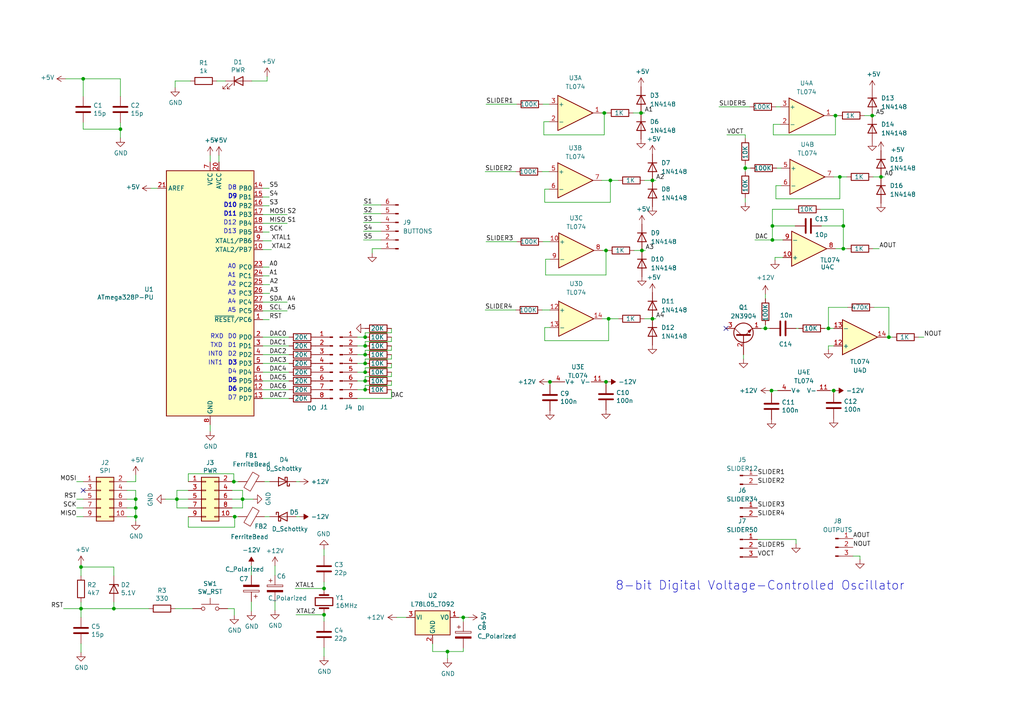
<source format=kicad_sch>
(kicad_sch (version 20230121) (generator eeschema)
  (paper "A4")
  (junction (at 241.808 113.284))
  (junction (at 129.794 188.976))
  (junction (at 175.768 110.744))
  (junction (at 67.818 139.7))
  (junction (at 159.512 110.744))
  (junction (at 240.284 95.25))
  (junction (at 175.26 32.766))
  (junction (at 105.918 105.41))
  (junction (at 221.996 95.25))
  (junction (at 39.37 144.78))
  (junction (at 93.98 170.688))
  (junction (at 105.918 110.49))
  (junction (at 39.37 147.32))
  (junction (at 243.586 51.308))
  (junction (at 105.918 102.87))
  (junction (at 257.81 97.79))
  (junction (at 175.768 72.644))
  (junction (at 34.925 37.465))
  (junction (at 189.23 52.324))
  (junction (at 68.072 149.86))
  (junction (at 177.038 52.324))
  (junction (at 105.918 113.03))
  (junction (at 23.495 176.53))
  (junction (at 252.984 33.528))
  (junction (at 23.495 164.465))
  (junction (at 176.53 92.456))
  (junction (at 242.316 33.528))
  (junction (at 93.98 178.308))
  (junction (at 224.028 69.596))
  (junction (at 186.182 72.644))
  (junction (at 39.37 149.86))
  (junction (at 255.524 51.308))
  (junction (at 105.918 97.79))
  (junction (at 134.366 179.07))
  (junction (at 189.23 92.456))
  (junction (at 244.602 72.136))
  (junction (at 105.918 107.95))
  (junction (at 224.028 65.532))
  (junction (at 51.308 144.78))
  (junction (at 223.774 113.284))
  (junction (at 33.02 176.53))
  (junction (at 105.918 100.33))
  (junction (at 244.602 65.532))
  (junction (at 216.154 48.768))
  (junction (at 24.13 22.86))
  (junction (at 185.928 32.766))
  (junction (at 70.358 144.78))
  (no_connect (at 210.566 95.25))
  (no_connect (at 24.13 142.24))
  (wire (pts (xy 63.5 45.085) (xy 63.5 46.99)))
  (wire (pts (xy 50.8 23.495) (xy 50.8 25.4)))
  (wire (pts (xy 223.774 113.284) (xy 225.552 113.284)))
  (wire (pts (xy 76.2 100.33) (xy 83.82 100.33)))
  (wire (pts (xy 70.358 142.24) (xy 70.358 144.78)))
  (wire (pts (xy 159.004 110.744) (xy 159.512 110.744)))
  (wire (pts (xy 113.538 115.57) (xy 103.632 115.57)))
  (wire (pts (xy 125.476 186.69) (xy 125.476 188.976)))
  (wire (pts (xy 34.925 37.465) (xy 34.925 40.005)))
  (wire (pts (xy 39.37 139.7) (xy 39.37 137.795)))
  (wire (pts (xy 159.258 54.864) (xy 157.988 54.864)))
  (wire (pts (xy 105.41 59.436) (xy 110.49 59.436)))
  (wire (pts (xy 210.82 39.116) (xy 216.154 39.116)))
  (wire (pts (xy 159.512 110.744) (xy 160.02 110.744)))
  (wire (pts (xy 225.044 30.988) (xy 226.314 30.988)))
  (wire (pts (xy 241.554 33.528) (xy 242.316 33.528)))
  (wire (pts (xy 158.242 79.756) (xy 175.768 79.756)))
  (wire (pts (xy 54.61 137.414) (xy 67.818 137.414)))
  (wire (pts (xy 113.538 100.33) (xy 113.538 101.6)))
  (wire (pts (xy 67.818 139.7) (xy 69.088 139.7)))
  (wire (pts (xy 76.2 80.01) (xy 78.105 80.01)))
  (wire (pts (xy 159.512 110.744) (xy 159.512 111.506)))
  (wire (pts (xy 174.498 32.766) (xy 175.26 32.766)))
  (wire (pts (xy 33.02 174.625) (xy 33.02 176.53)))
  (wire (pts (xy 105.41 69.596) (xy 110.49 69.596)))
  (wire (pts (xy 54.61 152.908) (xy 68.072 152.908)))
  (wire (pts (xy 134.366 187.96) (xy 134.366 188.976)))
  (wire (pts (xy 215.646 102.87) (xy 215.646 104.14)))
  (wire (pts (xy 208.534 30.988) (xy 217.424 30.988)))
  (wire (pts (xy 240.792 113.284) (xy 241.808 113.284)))
  (wire (pts (xy 67.818 137.414) (xy 67.818 139.7)))
  (wire (pts (xy 185.928 32.766) (xy 186.944 32.766)))
  (wire (pts (xy 113.538 95.25) (xy 113.538 96.52)))
  (wire (pts (xy 242.316 33.528) (xy 243.078 33.528)))
  (wire (pts (xy 140.716 89.916) (xy 149.606 89.916)))
  (wire (pts (xy 125.476 188.976) (xy 129.794 188.976)))
  (wire (pts (xy 24.13 139.7) (xy 22.225 139.7)))
  (wire (pts (xy 242.316 72.136) (xy 244.602 72.136)))
  (wire (pts (xy 105.41 67.056) (xy 110.49 67.056)))
  (wire (pts (xy 113.538 105.41) (xy 113.538 106.68)))
  (wire (pts (xy 50.8 176.53) (xy 55.88 176.53)))
  (wire (pts (xy 218.948 69.596) (xy 224.028 69.596)))
  (wire (pts (xy 76.2 105.41) (xy 83.82 105.41)))
  (wire (pts (xy 24.13 147.32) (xy 22.225 147.32)))
  (wire (pts (xy 51.308 142.24) (xy 51.308 144.78)))
  (wire (pts (xy 186.944 92.456) (xy 189.23 92.456)))
  (wire (pts (xy 105.918 111.76) (xy 105.918 113.03)))
  (wire (pts (xy 230.886 156.464) (xy 230.886 157.734)))
  (wire (pts (xy 249.428 161.29) (xy 249.428 162.306)))
  (wire (pts (xy 33.02 167.005) (xy 33.02 164.465)))
  (wire (pts (xy 85.598 170.688) (xy 93.98 170.688)))
  (wire (pts (xy 186.944 52.324) (xy 189.23 52.324)))
  (wire (pts (xy 76.2 107.95) (xy 83.82 107.95)))
  (wire (pts (xy 250.698 33.528) (xy 252.984 33.528)))
  (wire (pts (xy 51.308 147.32) (xy 51.308 144.78)))
  (wire (pts (xy 85.852 149.86) (xy 86.868 149.86)))
  (wire (pts (xy 176.53 92.456) (xy 179.324 92.456)))
  (wire (pts (xy 76.2 77.47) (xy 78.105 77.47)))
  (wire (pts (xy 113.538 111.76) (xy 105.918 111.76)))
  (wire (pts (xy 76.2 87.63) (xy 83.312 87.63)))
  (wire (pts (xy 39.37 144.78) (xy 39.37 147.32)))
  (wire (pts (xy 224.028 65.532) (xy 230.632 65.532)))
  (wire (pts (xy 48.006 144.78) (xy 51.308 144.78)))
  (wire (pts (xy 85.852 139.7) (xy 86.868 139.7)))
  (wire (pts (xy 140.716 49.784) (xy 149.606 49.784)))
  (wire (pts (xy 77.47 23.495) (xy 73.025 23.495)))
  (wire (pts (xy 76.2 69.85) (xy 78.74 69.85)))
  (wire (pts (xy 157.734 39.116) (xy 175.26 39.116)))
  (wire (pts (xy 157.48 30.226) (xy 159.258 30.226)))
  (wire (pts (xy 255.524 51.308) (xy 256.54 51.308)))
  (wire (pts (xy 103.632 97.79) (xy 105.918 97.79)))
  (wire (pts (xy 175.768 110.744) (xy 176.022 110.744)))
  (wire (pts (xy 241.808 95.25) (xy 240.284 95.25)))
  (wire (pts (xy 72.898 164.084) (xy 72.898 166.878)))
  (wire (pts (xy 68.072 152.908) (xy 68.072 149.86)))
  (wire (pts (xy 76.2 72.39) (xy 78.74 72.39)))
  (wire (pts (xy 157.226 89.916) (xy 159.512 89.916)))
  (wire (pts (xy 115.062 179.07) (xy 117.856 179.07)))
  (wire (pts (xy 226.314 36.068) (xy 224.282 36.068)))
  (wire (pts (xy 175.26 39.116) (xy 175.26 32.766)))
  (wire (pts (xy 76.2 82.55) (xy 78.232 82.55)))
  (wire (pts (xy 24.13 35.56) (xy 24.13 37.465)))
  (wire (pts (xy 189.23 52.324) (xy 190.246 52.324)))
  (wire (pts (xy 244.602 60.706) (xy 244.602 65.532)))
  (wire (pts (xy 176.53 98.806) (xy 176.53 92.456)))
  (wire (pts (xy 62.865 23.495) (xy 65.405 23.495)))
  (wire (pts (xy 76.2 110.49) (xy 83.82 110.49)))
  (wire (pts (xy 157.988 54.864) (xy 157.988 58.674)))
  (wire (pts (xy 186.182 72.644) (xy 187.198 72.644)))
  (wire (pts (xy 224.79 74.676) (xy 224.79 75.438)))
  (wire (pts (xy 225.044 53.848) (xy 225.044 57.658)))
  (wire (pts (xy 177.038 52.324) (xy 179.324 52.324)))
  (wire (pts (xy 68.072 149.86) (xy 69.088 149.86)))
  (wire (pts (xy 240.284 95.25) (xy 240.284 89.154)))
  (wire (pts (xy 23.495 164.465) (xy 23.495 163.83)))
  (wire (pts (xy 175.26 110.744) (xy 175.768 110.744)))
  (wire (pts (xy 76.708 149.86) (xy 78.232 149.86)))
  (wire (pts (xy 177.038 58.674) (xy 177.038 52.324)))
  (wire (pts (xy 103.632 113.03) (xy 105.918 113.03)))
  (wire (pts (xy 226.568 53.848) (xy 225.044 53.848)))
  (wire (pts (xy 224.028 60.706) (xy 230.378 60.706)))
  (wire (pts (xy 23.495 167.005) (xy 23.495 164.465)))
  (wire (pts (xy 93.98 187.833) (xy 93.98 190.373)))
  (wire (pts (xy 157.988 94.996) (xy 157.988 98.806)))
  (wire (pts (xy 105.918 101.6) (xy 105.918 102.87)))
  (wire (pts (xy 43.815 54.61) (xy 45.72 54.61)))
  (wire (pts (xy 24.13 37.465) (xy 34.925 37.465)))
  (wire (pts (xy 241.808 113.284) (xy 241.808 113.792)))
  (wire (pts (xy 113.538 97.79) (xy 113.538 99.06)))
  (wire (pts (xy 70.358 147.32) (xy 70.358 144.78)))
  (wire (pts (xy 36.83 139.7) (xy 39.37 139.7)))
  (wire (pts (xy 129.794 188.976) (xy 129.794 191.008)))
  (wire (pts (xy 60.96 45.085) (xy 60.96 46.99)))
  (wire (pts (xy 105.918 99.06) (xy 105.918 100.33)))
  (wire (pts (xy 221.996 85.344) (xy 221.996 86.614)))
  (wire (pts (xy 33.02 176.53) (xy 43.18 176.53)))
  (wire (pts (xy 183.896 72.644) (xy 186.182 72.644)))
  (wire (pts (xy 174.498 52.324) (xy 177.038 52.324)))
  (wire (pts (xy 39.37 147.32) (xy 39.37 149.86)))
  (wire (pts (xy 157.48 70.104) (xy 159.512 70.104)))
  (wire (pts (xy 76.2 59.69) (xy 78.105 59.69)))
  (wire (pts (xy 113.538 109.22) (xy 105.918 109.22)))
  (wire (pts (xy 113.538 101.6) (xy 105.918 101.6)))
  (wire (pts (xy 107.95 72.136) (xy 107.95 73.406)))
  (wire (pts (xy 105.918 96.52) (xy 105.918 97.79)))
  (wire (pts (xy 244.602 72.136) (xy 244.602 65.532)))
  (wire (pts (xy 34.925 35.56) (xy 34.925 37.465)))
  (wire (pts (xy 23.495 186.69) (xy 23.495 189.23)))
  (wire (pts (xy 23.495 176.53) (xy 33.02 176.53)))
  (wire (pts (xy 175.768 72.644) (xy 176.276 72.644)))
  (wire (pts (xy 227.076 69.596) (xy 224.028 69.596)))
  (wire (pts (xy 23.495 179.07) (xy 23.495 176.53)))
  (wire (pts (xy 113.538 99.06) (xy 105.918 99.06)))
  (wire (pts (xy 237.998 60.706) (xy 244.602 60.706)))
  (wire (pts (xy 240.284 101.346) (xy 240.284 100.33)))
  (wire (pts (xy 257.048 97.79) (xy 257.81 97.79)))
  (wire (pts (xy 79.756 174.498) (xy 79.756 177.038)))
  (wire (pts (xy 18.415 176.53) (xy 23.495 176.53)))
  (wire (pts (xy 252.984 33.528) (xy 254 33.528)))
  (wire (pts (xy 76.2 102.87) (xy 83.82 102.87)))
  (wire (pts (xy 224.282 36.068) (xy 224.282 39.116)))
  (wire (pts (xy 93.98 159.258) (xy 93.98 161.163)))
  (wire (pts (xy 72.898 174.498) (xy 72.898 177.292)))
  (wire (pts (xy 39.37 142.24) (xy 39.37 144.78)))
  (wire (pts (xy 67.31 144.78) (xy 70.358 144.78)))
  (wire (pts (xy 105.918 109.22) (xy 105.918 110.49)))
  (wire (pts (xy 54.61 142.24) (xy 51.308 142.24)))
  (wire (pts (xy 76.2 57.15) (xy 78.105 57.15)))
  (wire (pts (xy 76.2 54.61) (xy 78.105 54.61)))
  (wire (pts (xy 224.282 39.116) (xy 242.316 39.116)))
  (wire (pts (xy 230.886 95.25) (xy 231.648 95.25)))
  (wire (pts (xy 175.768 72.644) (xy 174.752 72.644)))
  (wire (pts (xy 67.31 147.32) (xy 70.358 147.32)))
  (wire (pts (xy 76.2 92.71) (xy 78.105 92.71)))
  (wire (pts (xy 76.2 85.09) (xy 78.232 85.09)))
  (wire (pts (xy 76.2 97.79) (xy 83.82 97.79)))
  (wire (pts (xy 36.83 147.32) (xy 39.37 147.32)))
  (wire (pts (xy 175.26 32.766) (xy 176.022 32.766)))
  (wire (pts (xy 113.538 102.87) (xy 113.538 104.14)))
  (wire (pts (xy 239.268 95.25) (xy 240.284 95.25)))
  (wire (pts (xy 257.81 89.154) (xy 257.81 97.79)))
  (wire (pts (xy 221.996 94.234) (xy 221.996 95.25)))
  (wire (pts (xy 134.366 188.976) (xy 129.794 188.976)))
  (wire (pts (xy 157.988 58.674) (xy 177.038 58.674)))
  (wire (pts (xy 216.154 48.768) (xy 217.678 48.768)))
  (wire (pts (xy 253.492 89.154) (xy 257.81 89.154)))
  (wire (pts (xy 39.37 149.86) (xy 39.37 151.13)))
  (wire (pts (xy 242.316 39.116) (xy 242.316 33.528)))
  (wire (pts (xy 224.028 69.596) (xy 224.028 65.532)))
  (wire (pts (xy 24.13 149.86) (xy 22.225 149.86)))
  (wire (pts (xy 159.512 75.184) (xy 158.242 75.184)))
  (wire (pts (xy 67.945 176.53) (xy 67.945 178.435)))
  (wire (pts (xy 76.2 115.57) (xy 83.82 115.57)))
  (wire (pts (xy 36.83 149.86) (xy 39.37 149.86)))
  (wire (pts (xy 23.495 174.625) (xy 23.495 176.53)))
  (wire (pts (xy 113.538 106.68) (xy 105.918 106.68)))
  (wire (pts (xy 113.538 110.49) (xy 113.538 111.76)))
  (wire (pts (xy 140.97 30.226) (xy 149.86 30.226)))
  (wire (pts (xy 244.602 65.532) (xy 238.252 65.532)))
  (wire (pts (xy 159.258 35.306) (xy 157.734 35.306)))
  (wire (pts (xy 134.366 179.07) (xy 135.89 179.07)))
  (wire (pts (xy 103.632 100.33) (xy 105.918 100.33)))
  (wire (pts (xy 103.632 107.95) (xy 105.918 107.95)))
  (wire (pts (xy 219.71 156.464) (xy 230.886 156.464)))
  (wire (pts (xy 134.366 179.07) (xy 134.366 180.34)))
  (wire (pts (xy 176.53 92.456) (xy 174.752 92.456)))
  (wire (pts (xy 241.808 113.284) (xy 242.062 113.284)))
  (wire (pts (xy 253.238 51.308) (xy 255.524 51.308)))
  (wire (pts (xy 103.632 110.49) (xy 105.918 110.49)))
  (wire (pts (xy 243.586 57.658) (xy 243.586 51.308)))
  (wire (pts (xy 157.734 35.306) (xy 157.734 39.116)))
  (wire (pts (xy 113.538 96.52) (xy 105.918 96.52)))
  (wire (pts (xy 224.028 65.532) (xy 224.028 60.706)))
  (wire (pts (xy 36.83 142.24) (xy 39.37 142.24)))
  (wire (pts (xy 76.2 64.77) (xy 83.312 64.77)))
  (wire (pts (xy 175.768 79.756) (xy 175.768 72.644)))
  (wire (pts (xy 67.31 139.7) (xy 67.818 139.7)))
  (wire (pts (xy 110.49 72.136) (xy 107.95 72.136)))
  (wire (pts (xy 55.245 23.495) (xy 50.8 23.495)))
  (wire (pts (xy 19.05 22.86) (xy 24.13 22.86)))
  (wire (pts (xy 113.538 113.03) (xy 113.538 115.57)))
  (wire (pts (xy 133.096 179.07) (xy 134.366 179.07)))
  (wire (pts (xy 67.31 142.24) (xy 70.358 142.24)))
  (wire (pts (xy 266.446 97.79) (xy 267.97 97.79)))
  (wire (pts (xy 175.768 110.744) (xy 175.768 111.252)))
  (wire (pts (xy 158.242 75.184) (xy 158.242 79.756)))
  (wire (pts (xy 76.2 113.03) (xy 83.82 113.03)))
  (wire (pts (xy 189.23 92.456) (xy 190.246 92.456)))
  (wire (pts (xy 79.756 164.084) (xy 79.756 166.878)))
  (wire (pts (xy 113.538 107.95) (xy 113.538 109.22)))
  (wire (pts (xy 93.98 178.308) (xy 93.98 180.213)))
  (wire (pts (xy 93.98 168.783) (xy 93.98 170.688)))
  (wire (pts (xy 216.154 39.116) (xy 216.154 40.132)))
  (wire (pts (xy 223.266 113.284) (xy 223.774 113.284)))
  (wire (pts (xy 113.538 104.14) (xy 105.918 104.14)))
  (wire (pts (xy 227.076 74.676) (xy 224.79 74.676)))
  (wire (pts (xy 54.61 147.32) (xy 51.308 147.32)))
  (wire (pts (xy 51.308 144.78) (xy 54.61 144.78)))
  (wire (pts (xy 103.632 105.41) (xy 105.918 105.41)))
  (wire (pts (xy 223.774 113.284) (xy 223.774 114.046)))
  (wire (pts (xy 221.996 95.25) (xy 223.266 95.25)))
  (wire (pts (xy 67.31 149.86) (xy 68.072 149.86)))
  (wire (pts (xy 105.41 61.976) (xy 110.49 61.976)))
  (wire (pts (xy 105.918 104.14) (xy 105.918 105.41)))
  (wire (pts (xy 24.13 27.94) (xy 24.13 22.86)))
  (wire (pts (xy 24.13 144.78) (xy 22.225 144.78)))
  (wire (pts (xy 240.284 89.154) (xy 245.872 89.154)))
  (wire (pts (xy 76.708 139.7) (xy 78.232 139.7)))
  (wire (pts (xy 85.852 178.308) (xy 93.98 178.308)))
  (wire (pts (xy 76.2 62.23) (xy 83.312 62.23)))
  (wire (pts (xy 216.154 47.752) (xy 216.154 48.768)))
  (wire (pts (xy 216.154 48.768) (xy 216.154 49.784)))
  (wire (pts (xy 103.632 102.87) (xy 105.918 102.87)))
  (wire (pts (xy 60.96 123.19) (xy 60.96 125.095)))
  (wire (pts (xy 140.97 70.104) (xy 149.86 70.104)))
  (wire (pts (xy 66.04 176.53) (xy 67.945 176.53)))
  (wire (pts (xy 77.47 22.225) (xy 77.47 23.495)))
  (wire (pts (xy 54.61 139.7) (xy 54.61 137.414)))
  (wire (pts (xy 257.81 97.79) (xy 258.826 97.79)))
  (wire (pts (xy 33.02 164.465) (xy 23.495 164.465)))
  (wire (pts (xy 157.988 98.806) (xy 176.53 98.806)))
  (wire (pts (xy 105.918 106.68) (xy 105.918 107.95)))
  (wire (pts (xy 225.298 48.768) (xy 226.568 48.768)))
  (wire (pts (xy 243.586 51.308) (xy 245.618 51.308)))
  (wire (pts (xy 36.83 144.78) (xy 39.37 144.78)))
  (wire (pts (xy 225.044 57.658) (xy 243.586 57.658)))
  (wire (pts (xy 244.602 72.136) (xy 245.618 72.136)))
  (wire (pts (xy 183.642 32.766) (xy 185.928 32.766)))
  (wire (pts (xy 76.2 90.17) (xy 83.312 90.17)))
  (wire (pts (xy 157.226 49.784) (xy 159.258 49.784)))
  (wire (pts (xy 253.238 72.136) (xy 255.016 72.136)))
  (wire (pts (xy 241.808 51.308) (xy 243.586 51.308)))
  (wire (pts (xy 34.925 22.86) (xy 34.925 27.94)))
  (wire (pts (xy 24.13 22.86) (xy 34.925 22.86)))
  (wire (pts (xy 76.2 67.31) (xy 78.105 67.31)))
  (wire (pts (xy 216.154 57.404) (xy 216.154 58.674)))
  (wire (pts (xy 70.358 144.78) (xy 73.406 144.78)))
  (wire (pts (xy 240.284 100.33) (xy 241.808 100.33)))
  (wire (pts (xy 247.396 161.29) (xy 249.428 161.29)))
  (wire (pts (xy 105.41 64.516) (xy 110.49 64.516)))
  (wire (pts (xy 220.726 95.25) (xy 221.996 95.25)))
  (wire (pts (xy 159.512 94.996) (xy 157.988 94.996)))
  (wire (pts (xy 54.61 149.86) (xy 54.61 152.908)))
  (text "D12" (at 64.77 65.405 0) (effects (font (size 1.27 1.27)) (justify left bottom)))
  (text "D1" (at 66.04 100.965 0) (effects (font (size 1.27 1.27)) (justify left bottom)))
  (text "A2" (at 66.04 83.185 0) (effects (font (size 1.27 1.27)) (justify left bottom)))
  (text "D10" (at 64.77 60.325 0) (effects (font (size 1.27 1.27) (thickness 0.254) bold) (justify left bottom)))
  (text "RXD" (at 60.96 98.425 0) (effects (font (size 1.27 1.27)) (justify left bottom)))
  (text "D0" (at 66.04 98.425 0) (effects (font (size 1.27 1.27)) (justify left bottom)))
  (text "D3" (at 66.04 106.045 0) (effects (font (size 1.27 1.27) (thickness 0.254) bold) (justify left bottom)))
  (text "D13" (at 64.77 67.945 0) (effects (font (size 1.27 1.27)) (justify left bottom)))
  (text "A1" (at 66.04 80.645 0) (effects (font (size 1.27 1.27)) (justify left bottom)))
  (text "D7" (at 66.04 116.205 0) (effects (font (size 1.27 1.27)) (justify left bottom)))
  (text "D11" (at 64.77 62.865 0) (effects (font (size 1.27 1.27) (thickness 0.254) bold) (justify left bottom)))
  (text "A0" (at 66.04 78.105 0) (effects (font (size 1.27 1.27)) (justify left bottom)))
  (text "A3" (at 66.04 85.725 0) (effects (font (size 1.27 1.27)) (justify left bottom)))
  (text "D5" (at 66.04 111.125 0) (effects (font (size 1.27 1.27) (thickness 0.254) bold) (justify left bottom)))
  (text "A4" (at 66.04 88.265 0) (effects (font (size 1.27 1.27)) (justify left bottom)))
  (text "D9" (at 66.04 57.785 0) (effects (font (size 1.27 1.27) (thickness 0.254) bold) (justify left bottom)))
  (text "INT1" (at 60.325 106.045 0) (effects (font (size 1.27 1.27)) (justify left bottom)))
  (text "D8" (at 66.04 55.245 0) (effects (font (size 1.27 1.27)) (justify left bottom)))
  (text "TXD" (at 60.96 100.965 0) (effects (font (size 1.27 1.27)) (justify left bottom)))
  (text "D2" (at 66.04 103.505 0) (effects (font (size 1.27 1.27)) (justify left bottom)))
  (text "D4" (at 66.04 108.585 0) (effects (font (size 1.27 1.27)) (justify left bottom)))
  (text "8-bit Digital Voltage-Controlled Oscillator" (at 178.435 171.45 0) (effects (font (size 2.54 2.54)) (justify left bottom)))
  (text "A5" (at 66.04 90.805 0) (effects (font (size 1.27 1.27)) (justify left bottom)))
  (text "INT0" (at 60.325 103.505 0) (effects (font (size 1.27 1.27)) (justify left bottom)))
  (text "D6" (at 66.04 113.665 0) (effects (font (size 1.27 1.27) (thickness 0.254) bold) (justify left bottom)))
  (label "MISO" (at 22.225 149.86 180))
  (label "VOCT" (at 210.82 39.116 0))
  (label "NOUT" (at 267.97 97.79 0))
  (label "RST" (at 78.105 92.71 0))
  (label "DAC3" (at 78.105 105.41 0))
  (label "SLIDER2" (at 219.71 140.462 0))
  (label "S3" (at 105.41 64.516 0))
  (label "MOSI" (at 22.225 139.7 180))
  (label "A1" (at 186.944 32.766 0))
  (label "SLIDER3" (at 140.97 70.104 0))
  (label "S2" (at 105.41 61.976 0))
  (label "SLIDER5" (at 219.71 159.004 0))
  (label "A4" (at 190.246 92.456 0))
  (label "A0" (at 78.105 77.47 0))
  (label "NOUT" (at 247.396 158.75 0))
  (label "A0" (at 256.54 51.308 0))
  (label "XTAL2" (at 85.852 178.308 0))
  (label "SLIDER3" (at 219.71 147.32 0))
  (label "A5" (at 254 33.528 0))
  (label "SLIDER5" (at 208.534 30.988 0))
  (label "S5" (at 105.41 69.596 0))
  (label "S4" (at 105.41 67.056 0))
  (label "SDA" (at 78.105 87.63 0))
  (label "A3" (at 187.198 72.644 0))
  (label "S2" (at 83.312 62.23 0))
  (label "DAC6" (at 78.105 113.03 0))
  (label "SLIDER4" (at 219.71 149.86 0))
  (label "XTAL1" (at 78.74 69.85 0))
  (label "MISO" (at 78.105 64.77 0))
  (label "SCK" (at 22.225 147.32 180))
  (label "A4" (at 83.312 87.63 0))
  (label "AOUT" (at 247.396 156.21 0))
  (label "SLIDER4" (at 140.716 89.916 0))
  (label "DAC" (at 113.284 115.57 0))
  (label "DAC" (at 218.948 69.596 0))
  (label "A2" (at 190.246 52.324 0))
  (label "A3" (at 78.232 85.09 0))
  (label "S1" (at 83.312 64.77 0))
  (label "SLIDER1" (at 219.71 137.922 0))
  (label "RST" (at 22.225 144.78 180))
  (label "XTAL1" (at 85.598 170.688 0))
  (label "DAC1" (at 78.105 100.33 0))
  (label "MOSI" (at 78.105 62.23 0))
  (label "S3" (at 78.105 59.69 0))
  (label "SLIDER1" (at 140.97 30.226 0))
  (label "VOCT" (at 219.71 161.544 0))
  (label "A2" (at 78.232 82.55 0))
  (label "RST" (at 18.415 176.53 180))
  (label "DAC4" (at 78.105 107.95 0))
  (label "SLIDER2" (at 140.716 49.784 0))
  (label "A1" (at 78.105 80.01 0))
  (label "SCK" (at 78.105 67.31 0))
  (label "DAC2" (at 78.105 102.87 0))
  (label "SCL" (at 78.105 90.17 0))
  (label "DAC0" (at 78.105 97.79 0))
  (label "S1" (at 105.41 59.436 0))
  (label "A5" (at 83.312 90.17 0))
  (label "S5" (at 78.105 54.61 0))
  (label "DAC5" (at 78.105 110.49 0))
  (label "DAC7" (at 78.105 115.57 0))
  (label "AOUT" (at 255.016 72.136 0))
  (label "XTAL2" (at 78.74 72.39 0))
  (label "S4" (at 78.105 57.15 0))
  (symbol (lib_id "roaster-rescue:ATmega328P-PU-MCU_Microchip_ATmega") (at 60.96 85.09 0) (unit 1)
    (property "Reference" "U1" (at 44.6024 83.9216 0) (effects (justify right)))
    (property "Value" "ATmega328P-PU" (at 44.6024 86.233 0) (effects (justify right)))
    (property "Footprint" "Package_DIP:DIP-28_W7.62mm" (effects hide))
    (property "Datasheet" "http://ww1.microchip.com/downloads/en/DeviceDoc/ATmega328_P%20AVR%20MCU%20with%20picoPower%20Technology%20Data%20Sheet%2040001984A.pdf" (effects hide))
  )
  (symbol (lib_id "Device:Crystal") (at 93.98 174.498 270) (unit 1)
    (property "Reference" "Y1" (at 97.3074 173.3296 90) (effects (justify left)))
    (property "Value" "16MHz" (at 97.3074 175.641 90) (effects (justify left)))
    (property "Footprint" "Crystal:Crystal_HC18-U_Vertical" (effects hide))
  )
  (symbol (lib_id "Device:C") (at 93.98 164.973 0) (unit 1)
    (property "Reference" "C3" (at 96.901 163.8046 0) (effects (justify left)))
    (property "Value" "22p" (at 96.901 166.116 0) (effects (justify left)))
    (property "Footprint" "Capacitor_THT:C_Disc_D3.0mm_W1.6mm_P2.50mm" (effects hide))
  )
  (symbol (lib_id "Device:C") (at 93.98 184.023 0) (unit 1)
    (property "Reference" "C4" (at 96.901 182.8546 0) (effects (justify left)))
    (property "Value" "22p" (at 96.901 185.166 0) (effects (justify left)))
    (property "Footprint" "Capacitor_THT:C_Disc_D3.0mm_W1.6mm_P2.50mm" (effects hide))
  )
  (symbol (lib_id "power:GND") (at 93.98 159.258 180) (unit 1)
    (property "Reference" "#PWR011" (effects hide))
    (property "Value" "GND" (at 93.853 154.8638 0))
  )
  (symbol (lib_id "power:GND") (at 93.98 190.373 0) (unit 1)
    (property "Reference" "#PWR012" (effects hide))
    (property "Value" "GND" (at 94.107 194.7672 0))
  )
  (symbol (lib_id "power:+5V") (at 60.96 45.085 0) (unit 1)
    (property "Reference" "#PWR07" (effects hide))
    (property "Value" "+5V" (at 61.341 40.6908 0))
  )
  (symbol (lib_id "power:+5V") (at 63.5 45.085 0) (unit 1)
    (property "Reference" "#PWR09" (effects hide))
    (property "Value" "+5V" (at 63.881 40.6908 0))
  )
  (symbol (lib_id "power:+5V") (at 43.815 54.61 90) (unit 1)
    (property "Reference" "#PWR05" (effects hide))
    (property "Value" "+5V" (at 40.5638 54.229 90) (effects (justify left)))
  )
  (symbol (lib_id "power:GND") (at 60.96 125.095 0) (unit 1)
    (property "Reference" "#PWR08" (effects hide))
    (property "Value" "GND" (at 61.087 129.4892 0))
  )
  (symbol (lib_id "Device:C") (at 34.925 31.75 180) (unit 1)
    (property "Reference" "C2" (at 37.846 30.5816 0) (effects (justify right)))
    (property "Value" "15p" (at 37.846 32.893 0) (effects (justify right)))
    (property "Footprint" "Capacitor_THT:C_Disc_D3.0mm_W1.6mm_P2.50mm" (effects hide))
  )
  (symbol (lib_id "Device:C") (at 24.13 31.75 180) (unit 1)
    (property "Reference" "C1" (at 27.051 30.5816 0) (effects (justify right)))
    (property "Value" "15p" (at 27.051 32.893 0) (effects (justify right)))
    (property "Footprint" "Capacitor_THT:C_Disc_D3.0mm_W1.6mm_P2.50mm" (effects hide))
  )
  (symbol (lib_id "power:+5V") (at 19.05 22.86 90) (unit 1)
    (property "Reference" "#PWR01" (effects hide))
    (property "Value" "+5V" (at 15.7988 22.479 90) (effects (justify left)))
  )
  (symbol (lib_id "power:GND") (at 34.925 40.005 0) (unit 1)
    (property "Reference" "#PWR04" (effects hide))
    (property "Value" "GND" (at 35.052 44.3992 0))
  )
  (symbol (lib_id "Device:R") (at 23.495 170.815 0) (unit 1)
    (property "Reference" "R2" (at 25.273 169.6466 0) (effects (justify left)))
    (property "Value" "4k7" (at 25.273 171.958 0) (effects (justify left)))
    (property "Footprint" "Resistor_THT:R_Axial_DIN0204_L3.6mm_D1.6mm_P7.62mm_Horizontal" (effects hide))
  )
  (symbol (lib_id "power:+5V") (at 23.495 163.83 0) (unit 1)
    (property "Reference" "#PWR013" (effects hide))
    (property "Value" "+5V" (at 23.876 159.4358 0))
  )
  (symbol (lib_id "Device:D_Zener") (at 33.02 170.815 270) (unit 1)
    (property "Reference" "D2" (at 35.0266 169.6466 90) (effects (justify left)))
    (property "Value" "5.1V" (at 35.0266 171.958 90) (effects (justify left)))
    (property "Footprint" "Diode_THT:D_A-405_P7.62mm_Horizontal" (effects hide))
  )
  (symbol (lib_id "Device:C") (at 23.495 182.88 180) (unit 1)
    (property "Reference" "C5" (at 26.416 181.7116 0) (effects (justify right)))
    (property "Value" "15p" (at 26.416 184.023 0) (effects (justify right)))
    (property "Footprint" "Capacitor_THT:C_Disc_D3.0mm_W1.6mm_P2.50mm" (effects hide))
  )
  (symbol (lib_id "power:GND") (at 23.495 189.23 0) (unit 1)
    (property "Reference" "#PWR014" (effects hide))
    (property "Value" "GND" (at 23.622 193.6242 0))
  )
  (symbol (lib_id "Device:R") (at 46.99 176.53 270) (unit 1)
    (property "Reference" "R3" (at 46.99 171.2722 90))
    (property "Value" "330" (at 46.99 173.5836 90))
    (property "Footprint" "Resistor_THT:R_Axial_DIN0204_L3.6mm_D1.6mm_P7.62mm_Horizontal" (effects hide))
  )
  (symbol (lib_id "Switch:SW_Push") (at 60.96 176.53 0) (unit 1)
    (property "Reference" "SW1" (at 60.96 169.291 0))
    (property "Value" "SW_RST" (at 60.96 171.6024 0))
    (property "Footprint" "Button_Switch_THT:SW_PUSH_6mm_H4.3mm" (effects hide))
  )
  (symbol (lib_id "power:GND") (at 67.945 178.435 0) (unit 1)
    (property "Reference" "#PWR021" (effects hide))
    (property "Value" "GND" (at 68.072 182.8292 0))
  )
  (symbol (lib_id "Connector_Generic:Conn_02x05_Odd_Even") (at 29.21 144.78 0) (unit 1)
    (property "Reference" "J2" (at 30.48 134.1882 0))
    (property "Value" "SPI" (at 30.48 136.4996 0))
    (property "Footprint" "Connector_PinHeader_2.54mm:PinHeader_2x05_P2.54mm_Vertical" (effects hide))
  )
  (symbol (lib_id "power:GND") (at 39.37 151.13 0) (unit 1)
    (property "Reference" "#PWR020" (effects hide))
    (property "Value" "GND" (at 39.497 155.5242 0))
  )
  (symbol (lib_id "power:+5V") (at 39.37 137.795 0) (unit 1)
    (property "Reference" "#PWR019" (effects hide))
    (property "Value" "+5V" (at 39.751 133.4008 0))
  )
  (symbol (lib_id "Device:R") (at 59.055 23.495 270) (unit 1)
    (property "Reference" "R1" (at 59.055 18.2372 90))
    (property "Value" "1k" (at 59.055 20.5486 90))
    (property "Footprint" "Resistor_THT:R_Axial_DIN0204_L3.6mm_D1.6mm_P7.62mm_Horizontal" (effects hide))
  )
  (symbol (lib_id "Device:LED") (at 69.215 23.495 0) (unit 1)
    (property "Reference" "D1" (at 69.0372 18.0086 0))
    (property "Value" "PWR" (at 69.0372 20.32 0))
    (property "Footprint" "LED_THT:LED_D3.0mm" (effects hide))
  )
  (symbol (lib_id "power:GND") (at 50.8 25.4 0) (unit 1)
    (property "Reference" "#PWR06" (effects hide))
    (property "Value" "GND" (at 50.927 29.7942 0))
  )
  (symbol (lib_id "power:+5V") (at 77.47 22.225 0) (unit 1)
    (property "Reference" "#PWR010" (effects hide))
    (property "Value" "+5V" (at 77.851 17.8308 0))
  )
  (symbol (lib_id "Amplifier_Operational:TL074") (at 167.64 108.204 90) (unit 5)
    (property "Reference" "U3" (at 167.64 106.426 90))
    (property "Value" "TL074" (at 167.64 108.966 90))
    (property "Footprint" "Package_DIP:DIP-14_W7.62mm_LongPads" (effects hide))
    (property "Datasheet" "http://www.ti.com/lit/ds/symlink/tl071.pdf" (effects hide))
  )
  (symbol (lib_id "Device:R") (at 235.458 95.25 90) (unit 1)
    (property "Reference" "R38" (effects hide))
    (property "Value" "10K" (at 235.204 95.25 90))
    (property "Footprint" "Resistor_THT:R_Axial_DIN0411_L9.9mm_D3.6mm_P12.70mm_Horizontal" (effects hide))
  )
  (symbol (lib_id "power:+12V") (at 86.868 139.7 270) (unit 1)
    (property "Reference" "#PWR017" (effects hide))
    (property "Value" "+12V" (at 90.17 139.7 90) (effects (justify left)))
  )
  (symbol (lib_id "Device:R") (at 87.63 97.79 90) (unit 1)
    (property "Reference" "R14" (effects hide))
    (property "Value" "20K" (at 87.376 97.79 90))
    (property "Footprint" "Resistor_THT:R_Axial_DIN0411_L9.9mm_D3.6mm_P12.70mm_Horizontal" (effects hide))
  )
  (symbol (lib_id "power:-12V") (at 242.062 113.284 270) (unit 1)
    (property "Reference" "#PWR043" (effects hide))
    (property "Value" "-12V" (at 245.364 113.284 90) (effects (justify left)))
  )
  (symbol (lib_id "power:GND") (at 107.95 73.406 0) (unit 1)
    (property "Reference" "#PWR055" (effects hide))
    (property "Value" "GND" (effects hide))
  )
  (symbol (lib_id "Device:R") (at 179.832 32.766 90) (unit 1)
    (property "Reference" "R12" (effects hide))
    (property "Value" "1K" (at 179.578 32.766 90))
    (property "Footprint" "Resistor_THT:R_Axial_DIN0411_L9.9mm_D3.6mm_P12.70mm_Horizontal" (effects hide))
  )
  (symbol (lib_id "Diode:1N4148") (at 189.23 56.134 270) (unit 1)
    (property "Reference" "D8" (at 191.77 54.864 90) (effects (justify left)))
    (property "Value" "1N4148" (at 191.77 57.404 90) (effects (justify left)))
    (property "Footprint" "Diode_THT:D_DO-35_SOD27_P7.62mm_Horizontal" (effects hide))
    (property "Datasheet" "https://assets.nexperia.com/documents/data-sheet/1N4148_1N4448.pdf" (effects hide))
    (property "Sim.Device" "D" (effects hide))
    (property "Sim.Pins" "1=K 2=A" (effects hide))
  )
  (symbol (lib_id "power:GND") (at 216.154 58.674 0) (unit 1)
    (property "Reference" "#PWR048" (effects hide))
    (property "Value" "GND" (effects hide))
  )
  (symbol (lib_id "Connector:Conn_01x02_Pin") (at 214.63 137.922 0) (unit 1)
    (property "Reference" "J5" (at 215.265 133.35 0))
    (property "Value" "SLIDER12" (at 215.265 135.89 0))
  )
  (symbol (lib_id "power:+5V") (at 189.23 84.836 0) (unit 1)
    (property "Reference" "#PWR038" (effects hide))
    (property "Value" "+5V" (at 189.611 80.4418 0))
  )
  (symbol (lib_id "power:GND") (at 79.756 177.038 0) (unit 1)
    (property "Reference" "#PWR027" (effects hide))
    (property "Value" "GND" (at 79.883 181.4322 0))
  )
  (symbol (lib_id "Device:R") (at 87.63 113.03 90) (unit 1)
    (property "Reference" "R20" (effects hide))
    (property "Value" "20K" (at 87.376 113.03 90))
    (property "Footprint" "Resistor_THT:R_Axial_DIN0411_L9.9mm_D3.6mm_P12.70mm_Horizontal" (effects hide))
  )
  (symbol (lib_id "Transistor_BJT:2N3904") (at 215.646 97.79 90) (unit 1)
    (property "Reference" "Q1" (at 215.646 89.154 90))
    (property "Value" "2N3904" (at 215.646 91.694 90))
    (property "Footprint" "Package_TO_SOT_THT:TO-92_Inline" (effects hide))
    (property "Datasheet" "https://www.onsemi.com/pub/Collateral/2N3903-D.PDF" (effects hide))
  )
  (symbol (lib_id "Device:R") (at 109.728 102.87 90) (unit 1)
    (property "Reference" "R6" (effects hide))
    (property "Value" "10K" (at 109.474 102.87 90))
    (property "Footprint" "Resistor_THT:R_Axial_DIN0411_L9.9mm_D3.6mm_P12.70mm_Horizontal" (effects hide))
  )
  (symbol (lib_id "Device:R") (at 109.728 113.03 90) (unit 1)
    (property "Reference" "R10" (effects hide))
    (property "Value" "10K" (at 109.474 113.03 90))
    (property "Footprint" "Resistor_THT:R_Axial_DIN0411_L9.9mm_D3.6mm_P12.70mm_Horizontal" (effects hide))
  )
  (symbol (lib_id "power:+5V") (at 189.23 44.704 0) (unit 1)
    (property "Reference" "#PWR034" (effects hide))
    (property "Value" "+5V" (at 189.611 40.3098 0))
  )
  (symbol (lib_id "power:GND") (at 105.918 95.25 270) (unit 1)
    (property "Reference" "#PWR024" (effects hide))
    (property "Value" "GND" (effects hide))
  )
  (symbol (lib_id "Device:C") (at 159.512 115.316 180) (unit 1)
    (property "Reference" "C9" (at 162.433 114.1476 0) (effects (justify right)))
    (property "Value" "100n" (at 162.433 116.459 0) (effects (justify right)))
    (property "Footprint" "Capacitor_THT:C_Disc_D3.0mm_W1.6mm_P2.50mm" (effects hide))
  )
  (symbol (lib_id "power:-12V") (at 72.898 164.084 0) (unit 1)
    (property "Reference" "#PWR023" (effects hide))
    (property "Value" "-12V" (at 72.898 159.512 0))
  )
  (symbol (lib_id "Device:R") (at 180.086 72.644 90) (unit 1)
    (property "Reference" "R24" (effects hide))
    (property "Value" "1K" (at 179.832 72.644 90))
    (property "Footprint" "Resistor_THT:R_Axial_DIN0411_L9.9mm_D3.6mm_P12.70mm_Horizontal" (effects hide))
  )
  (symbol (lib_id "Device:D_Schottky") (at 82.042 149.86 0) (unit 1)
    (property "Reference" "D5" (at 85.344 148.59 0))
    (property "Value" "D_Schottky" (at 84.074 153.416 0))
  )
  (symbol (lib_id "power:+12V") (at 159.004 110.744 90) (unit 1)
    (property "Reference" "#PWR025" (effects hide))
    (property "Value" "+12V" (at 155.448 110.744 90) (effects (justify left)))
  )
  (symbol (lib_id "power:GND") (at 252.984 41.148 0) (unit 1)
    (property "Reference" "#PWR045" (effects hide))
    (property "Value" "GND" (effects hide))
  )
  (symbol (lib_id "Amplifier_Operational:TL074") (at 166.878 32.766 0) (unit 1)
    (property "Reference" "U3" (at 166.878 22.606 0))
    (property "Value" "TL074" (at 166.878 25.146 0))
    (property "Footprint" "Package_DIP:DIP-14_W7.62mm_LongPads" (effects hide))
    (property "Datasheet" "http://www.ti.com/lit/ds/symlink/tl071.pdf" (effects hide))
  )
  (symbol (lib_id "power:GND") (at 48.006 144.78 270) (unit 1)
    (property "Reference" "#PWR016" (effects hide))
    (property "Value" "GND" (at 43.6118 144.907 0))
  )
  (symbol (lib_id "Diode:1N4148") (at 189.23 88.646 270) (unit 1)
    (property "Reference" "D11" (at 191.77 87.376 90) (effects (justify left)))
    (property "Value" "1N4148" (at 191.77 89.916 90) (effects (justify left)))
    (property "Footprint" "Diode_THT:D_DO-35_SOD27_P7.62mm_Horizontal" (effects hide))
    (property "Datasheet" "https://assets.nexperia.com/documents/data-sheet/1N4148_1N4448.pdf" (effects hide))
    (property "Sim.Device" "D" (effects hide))
    (property "Sim.Pins" "1=K 2=A" (effects hide))
  )
  (symbol (lib_id "power:GND") (at 185.928 40.386 0) (unit 1)
    (property "Reference" "#PWR033" (effects hide))
    (property "Value" "GND" (effects hide))
  )
  (symbol (lib_id "Device:R") (at 234.188 60.706 90) (unit 1)
    (property "Reference" "R34" (effects hide))
    (property "Value" "10K" (at 233.934 60.706 90))
    (property "Footprint" "Resistor_THT:R_Axial_DIN0411_L9.9mm_D3.6mm_P12.70mm_Horizontal" (effects hide))
  )
  (symbol (lib_id "Connector_Generic:Conn_02x05_Odd_Even") (at 59.69 144.78 0) (unit 1)
    (property "Reference" "J3" (at 60.96 134.1882 0))
    (property "Value" "PWR" (at 60.96 136.4996 0))
    (property "Footprint" "Connector_PinHeader_2.54mm:PinHeader_2x05_P2.54mm_Vertical" (effects hide))
  )
  (symbol (lib_id "Diode:1N4148") (at 186.182 68.834 270) (unit 1)
    (property "Reference" "D9" (at 188.722 67.564 90) (effects (justify left)))
    (property "Value" "1N4148" (at 188.722 70.104 90) (effects (justify left)))
    (property "Footprint" "Diode_THT:D_DO-35_SOD27_P7.62mm_Horizontal" (effects hide))
    (property "Datasheet" "https://assets.nexperia.com/documents/data-sheet/1N4148_1N4448.pdf" (effects hide))
    (property "Sim.Device" "D" (effects hide))
    (property "Sim.Pins" "1=K 2=A" (effects hide))
  )
  (symbol (lib_id "power:GND") (at 72.898 177.292 0) (unit 1)
    (property "Reference" "#PWR026" (effects hide))
    (property "Value" "GND" (at 73.025 181.6862 0))
  )
  (symbol (lib_id "Diode:1N4148") (at 185.928 36.576 270) (unit 1)
    (property "Reference" "D6" (at 188.468 35.306 90) (effects (justify left)))
    (property "Value" "1N4148" (at 188.468 37.846 90) (effects (justify left)))
    (property "Footprint" "Diode_THT:D_DO-35_SOD27_P7.62mm_Horizontal" (effects hide))
    (property "Datasheet" "https://assets.nexperia.com/documents/data-sheet/1N4148_1N4448.pdf" (effects hide))
    (property "Sim.Device" "D" (effects hide))
    (property "Sim.Pins" "1=K 2=A" (effects hide))
  )
  (symbol (lib_id "Device:R") (at 109.728 110.49 90) (unit 1)
    (property "Reference" "R9" (effects hide))
    (property "Value" "10K" (at 109.474 110.49 90))
    (property "Footprint" "Resistor_THT:R_Axial_DIN0411_L9.9mm_D3.6mm_P12.70mm_Horizontal" (effects hide))
  )
  (symbol (lib_id "Device:R") (at 221.488 48.768 90) (unit 1)
    (property "Reference" "R31" (effects hide))
    (property "Value" "100K" (at 221.234 48.768 90))
    (property "Footprint" "Resistor_THT:R_Axial_DIN0411_L9.9mm_D3.6mm_P12.70mm_Horizontal" (effects hide))
  )
  (symbol (lib_id "Device:C_Polarized") (at 79.756 170.688 0) (unit 1)
    (property "Reference" "C6" (at 80.264 167.132 0) (effects (justify left)))
    (property "Value" "C_Polarized" (at 77.724 173.482 0) (effects (justify left)))
    (property "Footprint" "Capacitor_THT:CP_Radial_D8.0mm_P2.50mm" (effects hide))
  )
  (symbol (lib_id "Regulator_Linear:L78L05_TO92") (at 125.476 179.07 0) (unit 1)
    (property "Reference" "U2" (at 125.476 172.72 0))
    (property "Value" "L78L05_TO92" (at 125.476 175.26 0))
    (property "Footprint" "Package_TO_SOT_THT:TO-92_Inline" (effects hide))
    (property "Datasheet" "http://www.st.com/content/ccc/resource/technical/document/datasheet/15/55/e5/aa/23/5b/43/fd/CD00000446.pdf/files/CD00000446.pdf/jcr:content/translations/en.CD00000446.pdf" (effects hide))
  )
  (symbol (lib_id "power:+5V") (at 186.182 65.024 0) (unit 1)
    (property "Reference" "#PWR036" (effects hide))
    (property "Value" "+5V" (at 186.563 60.6298 0))
  )
  (symbol (lib_id "power:+5V") (at 185.928 25.146 0) (unit 1)
    (property "Reference" "#PWR032" (effects hide))
    (property "Value" "+5V" (at 186.309 20.7518 0))
  )
  (symbol (lib_id "Device:R") (at 153.416 49.784 90) (unit 1)
    (property "Reference" "R22" (effects hide))
    (property "Value" "100K" (at 153.162 49.784 90))
    (property "Footprint" "Resistor_THT:R_Axial_DIN0411_L9.9mm_D3.6mm_P12.70mm_Horizontal" (effects hide))
  )
  (symbol (lib_id "Device:R") (at 87.63 107.95 90) (unit 1)
    (property "Reference" "R18" (effects hide))
    (property "Value" "20K" (at 87.376 107.95 90))
    (property "Footprint" "Resistor_THT:R_Axial_DIN0411_L9.9mm_D3.6mm_P12.70mm_Horizontal" (effects hide))
  )
  (symbol (lib_id "Device:R") (at 109.728 95.25 90) (unit 1)
    (property "Reference" "R11" (effects hide))
    (property "Value" "20K" (at 109.474 95.25 90))
    (property "Footprint" "Resistor_THT:R_Axial_DIN0411_L9.9mm_D3.6mm_P12.70mm_Horizontal" (effects hide))
  )
  (symbol (lib_id "Device:R") (at 221.234 30.988 90) (unit 1)
    (property "Reference" "R30" (effects hide))
    (property "Value" "100K" (at 220.98 30.988 90))
    (property "Footprint" "Resistor_THT:R_Axial_DIN0411_L9.9mm_D3.6mm_P12.70mm_Horizontal" (effects hide))
  )
  (symbol (lib_id "Amplifier_Operational:TL074") (at 166.878 52.324 0) (unit 2)
    (property "Reference" "U3" (at 166.878 42.926 0))
    (property "Value" "TL074" (at 166.878 45.466 0))
    (property "Footprint" "Package_DIP:DIP-14_W7.62mm_LongPads" (effects hide))
    (property "Datasheet" "http://www.ti.com/lit/ds/symlink/tl071.pdf" (effects hide))
  )
  (symbol (lib_id "Device:R") (at 246.888 33.528 90) (unit 1)
    (property "Reference" "R28" (effects hide))
    (property "Value" "1K" (at 246.634 33.528 90))
    (property "Footprint" "Resistor_THT:R_Axial_DIN0411_L9.9mm_D3.6mm_P12.70mm_Horizontal" (effects hide))
  )
  (symbol (lib_id "power:GND") (at 255.524 58.928 0) (unit 1)
    (property "Reference" "#PWR047" (effects hide))
    (property "Value" "GND" (effects hide))
  )
  (symbol (lib_id "Device:R") (at 87.63 115.57 90) (unit 1)
    (property "Reference" "R21" (effects hide))
    (property "Value" "20K" (at 87.376 115.57 90))
    (property "Footprint" "Resistor_THT:R_Axial_DIN0411_L9.9mm_D3.6mm_P12.70mm_Horizontal" (effects hide))
  )
  (symbol (lib_id "power:GND") (at 189.23 100.076 0) (unit 1)
    (property "Reference" "#PWR039" (effects hide))
    (property "Value" "GND" (effects hide))
  )
  (symbol (lib_id "Device:R") (at 109.728 107.95 90) (unit 1)
    (property "Reference" "R8" (effects hide))
    (property "Value" "10K" (at 109.474 107.95 90))
    (property "Footprint" "Resistor_THT:R_Axial_DIN0411_L9.9mm_D3.6mm_P12.70mm_Horizontal" (effects hide))
  )
  (symbol (lib_id "power:GND") (at 223.774 121.666 0) (unit 1)
    (property "Reference" "#PWR041" (effects hide))
    (property "Value" "GND" (effects hide))
  )
  (symbol (lib_id "Device:R") (at 87.63 102.87 90) (unit 1)
    (property "Reference" "R16" (effects hide))
    (property "Value" "20K" (at 87.376 102.87 90))
    (property "Footprint" "Resistor_THT:R_Axial_DIN0411_L9.9mm_D3.6mm_P12.70mm_Horizontal" (effects hide))
  )
  (symbol (lib_id "Diode:1N4148") (at 186.182 76.454 270) (unit 1)
    (property "Reference" "D10" (at 188.722 75.184 90) (effects (justify left)))
    (property "Value" "1N4148" (at 188.722 77.724 90) (effects (justify left)))
    (property "Footprint" "Diode_THT:D_DO-35_SOD27_P7.62mm_Horizontal" (effects hide))
    (property "Datasheet" "https://assets.nexperia.com/documents/data-sheet/1N4148_1N4448.pdf" (effects hide))
    (property "Sim.Device" "D" (effects hide))
    (property "Sim.Pins" "1=K 2=A" (effects hide))
  )
  (symbol (lib_id "Device:R") (at 109.728 105.41 90) (unit 1)
    (property "Reference" "R7" (effects hide))
    (property "Value" "10K" (at 109.474 105.41 90))
    (property "Footprint" "Resistor_THT:R_Axial_DIN0411_L9.9mm_D3.6mm_P12.70mm_Horizontal" (effects hide))
  )
  (symbol (lib_id "Device:R") (at 109.728 100.33 90) (unit 1)
    (property "Reference" "R5" (effects hide))
    (property "Value" "10K" (at 109.474 100.33 90))
    (property "Footprint" "Resistor_THT:R_Axial_DIN0411_L9.9mm_D3.6mm_P12.70mm_Horizontal" (effects hide))
  )
  (symbol (lib_id "Amplifier_Operational:TL074") (at 167.132 72.644 0) (unit 3)
    (property "Reference" "U3" (at 167.132 63.246 0))
    (property "Value" "TL074" (at 167.132 65.786 0))
    (property "Footprint" "Package_DIP:DIP-14_W7.62mm_LongPads" (effects hide))
    (property "Datasheet" "http://www.ti.com/lit/ds/symlink/tl071.pdf" (effects hide))
  )
  (symbol (lib_id "Diode:1N4148") (at 185.928 28.956 270) (unit 1)
    (property "Reference" "D3" (at 188.468 27.686 90) (effects (justify left)))
    (property "Value" "1N4148" (at 188.468 30.226 90) (effects (justify left)))
    (property "Footprint" "Diode_THT:D_DO-35_SOD27_P7.62mm_Horizontal" (effects hide))
    (property "Datasheet" "https://assets.nexperia.com/documents/data-sheet/1N4148_1N4448.pdf" (effects hide))
    (property "Sim.Device" "D" (effects hide))
    (property "Sim.Pins" "1=K 2=A" (effects hide))
  )
  (symbol (lib_id "Device:R") (at 249.682 89.154 90) (unit 1)
    (property "Reference" "R37" (effects hide))
    (property "Value" "470K" (at 249.428 89.154 90))
    (property "Footprint" "Resistor_THT:R_Axial_DIN0411_L9.9mm_D3.6mm_P12.70mm_Horizontal" (effects hide))
  )
  (symbol (lib_id "Diode:1N4148") (at 255.524 47.498 270) (unit 1)
    (property "Reference" "D15" (at 258.064 46.228 90) (effects (justify left)))
    (property "Value" "1N4148" (at 258.064 48.768 90) (effects (justify left)))
    (property "Footprint" "Diode_THT:D_DO-35_SOD27_P7.62mm_Horizontal" (effects hide))
    (property "Datasheet" "https://assets.nexperia.com/documents/data-sheet/1N4148_1N4448.pdf" (effects hide))
    (property "Sim.Device" "D" (effects hide))
    (property "Sim.Pins" "1=K 2=A" (effects hide))
  )
  (symbol (lib_id "Device:R") (at 183.134 52.324 90) (unit 1)
    (property "Reference" "R23" (effects hide))
    (property "Value" "1K" (at 182.88 52.324 90))
    (property "Footprint" "Resistor_THT:R_Axial_DIN0411_L9.9mm_D3.6mm_P12.70mm_Horizontal" (effects hide))
  )
  (symbol (lib_id "Connector:Conn_01x03_Pin") (at 214.63 159.004 0) (unit 1)
    (property "Reference" "J7" (at 215.265 151.13 0))
    (property "Value" "SLIDER50" (at 215.265 153.67 0))
  )
  (symbol (lib_id "power:GND") (at 189.23 59.944 0) (unit 1)
    (property "Reference" "#PWR035" (effects hide))
    (property "Value" "GND" (effects hide))
  )
  (symbol (lib_id "Connector:Conn_01x08_Pin") (at 98.552 105.41 0) (unit 1)
    (property "Reference" "J4" (at 101.092 118.11 0))
    (property "Value" "DI" (at 104.648 118.364 0))
    (property "Footprint" "Connector_PinHeader_2.54mm:PinHeader_1x08_P2.54mm_Vertical" (effects hide))
  )
  (symbol (lib_id "Connector:Conn_01x08_Pin") (at 96.52 105.41 0) (mirror y) (unit 1)
    (property "Reference" "J1" (at 93.98 118.11 0))
    (property "Value" "DO" (at 90.424 118.364 0))
    (property "Footprint" "Connector_PinHeader_2.54mm:PinHeader_1x08_P2.54mm_Vertical" (effects hide))
  )
  (symbol (lib_id "Amplifier_Operational:TL074") (at 234.696 72.136 0) (mirror x) (unit 3)
    (property "Reference" "U4" (at 240.03 77.47 0))
    (property "Value" "TL074" (at 240.792 75.438 0))
    (property "Datasheet" "http://www.ti.com/lit/ds/symlink/tl071.pdf" (effects hide))
  )
  (symbol (lib_id "Device:C") (at 234.442 65.532 90) (unit 1)
    (property "Reference" "C13" (at 238.252 63.5 90))
    (property "Value" "10p" (at 238.252 68.072 90))
  )
  (symbol (lib_id "Diode:1N4148") (at 255.524 55.118 270) (unit 1)
    (property "Reference" "D16" (at 258.064 53.848 90) (effects (justify left)))
    (property "Value" "1N4148" (at 258.064 56.388 90) (effects (justify left)))
    (property "Footprint" "Diode_THT:D_DO-35_SOD27_P7.62mm_Horizontal" (effects hide))
    (property "Datasheet" "https://assets.nexperia.com/documents/data-sheet/1N4148_1N4448.pdf" (effects hide))
    (property "Sim.Device" "D" (effects hide))
    (property "Sim.Pins" "1=K 2=A" (effects hide))
  )
  (symbol (lib_id "Diode:1N4148") (at 189.23 96.266 270) (unit 1)
    (property "Reference" "D12" (at 191.77 94.996 90) (effects (justify left)))
    (property "Value" "1N4148" (at 191.77 97.536 90) (effects (justify left)))
    (property "Footprint" "Diode_THT:D_DO-35_SOD27_P7.62mm_Horizontal" (effects hide))
    (property "Datasheet" "https://assets.nexperia.com/documents/data-sheet/1N4148_1N4448.pdf" (effects hide))
    (property "Sim.Device" "D" (effects hide))
    (property "Sim.Pins" "1=K 2=A" (effects hide))
  )
  (symbol (lib_id "power:+5V") (at 255.524 43.688 0) (unit 1)
    (property "Reference" "#PWR046" (effects hide))
    (property "Value" "+5V" (at 260.35 43.434 0))
  )
  (symbol (lib_id "power:+12V") (at 79.756 164.084 0) (unit 1)
    (property "Reference" "#PWR022" (effects hide))
    (property "Value" "+12V" (at 79.756 159.766 0))
  )
  (symbol (lib_id "power:GND") (at 230.886 157.734 0) (unit 1)
    (property "Reference" "#PWR053" (effects hide))
    (property "Value" "GND" (effects hide))
  )
  (symbol (lib_id "Device:R") (at 249.428 72.136 90) (unit 1)
    (property "Reference" "R35" (effects hide))
    (property "Value" "1K" (at 249.174 72.136 90))
    (property "Footprint" "Resistor_THT:R_Axial_DIN0411_L9.9mm_D3.6mm_P12.70mm_Horizontal" (effects hide))
  )
  (symbol (lib_id "Diode:1N4148") (at 189.23 48.514 270) (unit 1)
    (property "Reference" "D7" (at 191.77 47.244 90) (effects (justify left)))
    (property "Value" "1N4148" (at 191.77 49.784 90) (effects (justify left)))
    (property "Footprint" "Diode_THT:D_DO-35_SOD27_P7.62mm_Horizontal" (effects hide))
    (property "Datasheet" "https://assets.nexperia.com/documents/data-sheet/1N4148_1N4448.pdf" (effects hide))
    (property "Sim.Device" "D" (effects hide))
    (property "Sim.Pins" "1=K 2=A" (effects hide))
  )
  (symbol (lib_id "Device:C") (at 241.808 117.602 180) (unit 1)
    (property "Reference" "C12" (at 244.729 116.4336 0) (effects (justify right)))
    (property "Value" "100n" (at 244.729 118.745 0) (effects (justify right)))
    (property "Footprint" "Capacitor_THT:C_Disc_D3.0mm_W1.6mm_P2.50mm" (effects hide))
  )
  (symbol (lib_id "power:+12V") (at 223.266 113.284 90) (unit 1)
    (property "Reference" "#PWR040" (effects hide))
    (property "Value" "+12V" (at 219.71 113.284 90) (effects (justify left)))
  )
  (symbol (lib_id "Device:C") (at 223.774 117.856 180) (unit 1)
    (property "Reference" "C11" (at 226.695 116.6876 0) (effects (justify right)))
    (property "Value" "100n" (at 226.695 118.999 0) (effects (justify right)))
    (property "Footprint" "Capacitor_THT:C_Disc_D3.0mm_W1.6mm_P2.50mm" (effects hide))
  )
  (symbol (lib_id "power:GND") (at 215.646 104.14 0) (unit 1)
    (property "Reference" "#PWR052" (effects hide))
    (property "Value" "GND" (effects hide))
  )
  (symbol (lib_id "power:+5V") (at 252.984 25.908 0) (unit 1)
    (property "Reference" "#PWR044" (effects hide))
    (property "Value" "+5V" (at 253.365 21.5138 0))
  )
  (symbol (lib_id "Device:FerriteBead") (at 72.898 139.7 270) (unit 1)
    (property "Reference" "FB1" (at 72.9488 132.08 90))
    (property "Value" "FerriteBead" (at 72.9488 134.62 90))
  )
  (symbol (lib_id "Device:C_Polarized") (at 72.898 170.688 180) (unit 1)
    (property "Reference" "C7" (at 69.342 167.894 0) (effects (justify right)))
    (property "Value" "C_Polarized" (at 65.278 165.1 0) (effects (justify right)))
    (property "Footprint" "Capacitor_THT:CP_Radial_D8.0mm_P2.50mm" (effects hide))
  )
  (symbol (lib_id "Device:R") (at 87.63 100.33 90) (unit 1)
    (property "Reference" "R15" (effects hide))
    (property "Value" "20K" (at 87.376 100.33 90))
    (property "Footprint" "Resistor_THT:R_Axial_DIN0411_L9.9mm_D3.6mm_P12.70mm_Horizontal" (effects hide))
  )
  (symbol (lib_id "power:GND") (at 129.794 191.008 0) (unit 1)
    (property "Reference" "#PWR02" (effects hide))
    (property "Value" "GND" (at 129.921 195.4022 0))
  )
  (symbol (lib_id "Amplifier_Operational:TL074") (at 233.934 33.528 0) (unit 1)
    (property "Reference" "U4" (at 233.934 24.13 0))
    (property "Value" "TL074" (at 233.934 26.67 0))
    (property "Datasheet" "http://www.ti.com/lit/ds/symlink/tl071.pdf" (effects hide))
  )
  (symbol (lib_id "Device:R") (at 216.154 53.594 180) (unit 1)
    (property "Reference" "R33" (effects hide))
    (property "Value" "10K" (at 216.154 53.848 90))
    (property "Footprint" "Resistor_THT:R_Axial_DIN0411_L9.9mm_D3.6mm_P12.70mm_Horizontal" (effects hide))
  )
  (symbol (lib_id "power:+12V") (at 221.996 85.344 0) (unit 1)
    (property "Reference" "#PWR051" (effects hide))
    (property "Value" "+12V" (at 221.996 80.518 0))
  )
  (symbol (lib_id "Device:R") (at 87.63 110.49 90) (unit 1)
    (property "Reference" "R19" (effects hide))
    (property "Value" "20K" (at 87.376 110.49 90))
    (property "Footprint" "Resistor_THT:R_Axial_DIN0411_L9.9mm_D3.6mm_P12.70mm_Horizontal" (effects hide))
  )
  (symbol (lib_id "Device:R") (at 87.63 105.41 90) (unit 1)
    (property "Reference" "R17" (effects hide))
    (property "Value" "20K" (at 87.376 105.41 90))
    (property "Footprint" "Resistor_THT:R_Axial_DIN0411_L9.9mm_D3.6mm_P12.70mm_Horizontal" (effects hide))
  )
  (symbol (lib_id "power:GND") (at 224.79 75.438 0) (unit 1)
    (property "Reference" "#PWR049" (effects hide))
    (property "Value" "GND" (effects hide))
  )
  (symbol (lib_id "Diode:1N4148") (at 252.984 37.338 270) (unit 1)
    (property "Reference" "D14" (at 255.524 36.068 90) (effects (justify left)))
    (property "Value" "1N4148" (at 255.524 38.608 90) (effects (justify left)))
    (property "Footprint" "Diode_THT:D_DO-35_SOD27_P7.62mm_Horizontal" (effects hide))
    (property "Datasheet" "https://assets.nexperia.com/documents/data-sheet/1N4148_1N4448.pdf" (effects hide))
    (property "Sim.Device" "D" (effects hide))
    (property "Sim.Pins" "1=K 2=A" (effects hide))
  )
  (symbol (lib_id "Device:FerriteBead") (at 72.898 149.86 270) (unit 1)
    (property "Reference" "FB2" (at 75.692 152.654 90))
    (property "Value" "FerriteBead" (at 72.39 155.702 90))
  )
  (symbol (lib_id "power:-12V") (at 86.868 149.86 270) (unit 1)
    (property "Reference" "#PWR018" (effects hide))
    (property "Value" "-12V" (at 90.17 149.86 90) (effects (justify left)))
  )
  (symbol (lib_id "Device:R") (at 216.154 43.942 180) (unit 1)
    (property "Reference" "R32" (effects hide))
    (property "Value" "10K" (at 216.154 44.196 90))
    (property "Footprint" "Resistor_THT:R_Axial_DIN0411_L9.9mm_D3.6mm_P12.70mm_Horizontal" (effects hide))
  )
  (symbol (lib_id "Device:D_Schottky") (at 82.042 139.7 180) (unit 1)
    (property "Reference" "D4" (at 82.3595 133.35 0))
    (property "Value" "D_Schottky" (at 82.3595 135.89 0))
  )
  (symbol (lib_id "Device:R") (at 153.67 70.104 90) (unit 1)
    (property "Reference" "R26" (effects hide))
    (property "Value" "100K" (at 153.416 70.104 90))
    (property "Footprint" "Resistor_THT:R_Axial_DIN0411_L9.9mm_D3.6mm_P12.70mm_Horizontal" (effects hide))
  )
  (symbol (lib_id "Device:R") (at 183.134 92.456 90) (unit 1)
    (property "Reference" "R25" (effects hide))
    (property "Value" "1K" (at 182.88 92.456 90))
    (property "Footprint" "Resistor_THT:R_Axial_DIN0411_L9.9mm_D3.6mm_P12.70mm_Horizontal" (effects hide))
  )
  (symbol (lib_id "power:GND") (at 186.182 80.264 0) (unit 1)
    (property "Reference" "#PWR037" (effects hide))
    (property "Value" "GND" (effects hide))
  )
  (symbol (lib_id "Connector:Conn_01x03_Pin") (at 242.316 158.75 0) (unit 1)
    (property "Reference" "J8" (at 242.951 151.13 0))
    (property "Value" "OUTPUTS" (at 242.951 153.67 0))
  )
  (symbol (lib_id "Connector:Conn_01x02_Pin") (at 214.63 147.32 0) (unit 1)
    (property "Reference" "J6" (at 215.265 142.24 0))
    (property "Value" "SLIDER34" (at 215.265 144.78 0))
  )
  (symbol (lib_id "Device:R") (at 153.416 89.916 90) (unit 1)
    (property "Reference" "R27" (effects hide))
    (property "Value" "100K" (at 153.162 89.916 90))
    (property "Footprint" "Resistor_THT:R_Axial_DIN0411_L9.9mm_D3.6mm_P12.70mm_Horizontal" (effects hide))
  )
  (symbol (lib_id "Device:R") (at 153.67 30.226 90) (unit 1)
    (property "Reference" "R13" (effects hide))
    (property "Value" "100K" (at 153.416 30.226 90))
    (property "Footprint" "Resistor_THT:R_Axial_DIN0411_L9.9mm_D3.6mm_P12.70mm_Horizontal" (effects hide))
  )
  (symbol (lib_id "Device:R") (at 221.996 90.424 180) (unit 1)
    (property "Reference" "R39" (effects hide))
    (property "Value" "100K" (at 221.996 90.678 90))
    (property "Footprint" "Resistor_THT:R_Axial_DIN0411_L9.9mm_D3.6mm_P12.70mm_Horizontal" (effects hide))
  )
  (symbol (lib_id "Device:R") (at 249.428 51.308 90) (unit 1)
    (property "Reference" "R29" (effects hide))
    (property "Value" "1K" (at 249.174 51.308 90))
    (property "Footprint" "Resistor_THT:R_Axial_DIN0411_L9.9mm_D3.6mm_P12.70mm_Horizontal" (effects hide))
  )
  (symbol (lib_id "Device:R") (at 262.636 97.79 90) (unit 1)
    (property "Reference" "R36" (effects hide))
    (property "Value" "1K" (at 262.382 97.79 90))
    (property "Footprint" "Resistor_THT:R_Axial_DIN0411_L9.9mm_D3.6mm_P12.70mm_Horizontal" (effects hide))
  )
  (symbol (lib_id "power:GND") (at 249.428 162.306 0) (unit 1)
    (property "Reference" "#PWR054" (effects hide))
    (property "Value" "GND" (effects hide))
  )
  (symbol (lib_id "Amplifier_Operational:TL074") (at 249.428 97.79 0) (mirror x) (unit 4)
    (property "Reference" "U4" (at 249.428 107.442 0))
    (property "Value" "TL074" (at 249.428 104.902 0))
    (property "Datasheet" "http://www.ti.com/lit/ds/symlink/tl071.pdf" (effects hide))
  )
  (symbol (lib_id "Amplifier_Operational:TL074") (at 234.188 51.308 0) (unit 2)
    (property "Reference" "U4" (at 234.188 41.91 0))
    (property "Value" "TL074" (at 234.188 44.45 0))
    (property "Datasheet" "http://www.ti.com/lit/ds/symlink/tl071.pdf" (effects hide))
  )
  (symbol (lib_id "power:GND") (at 73.406 144.78 90) (unit 1)
    (property "Reference" "#PWR015" (effects hide))
    (property "Value" "GND" (at 77.8002 144.653 0))
  )
  (symbol (lib_id "power:GND") (at 159.512 119.126 0) (unit 1)
    (property "Reference" "#PWR029" (effects hide))
    (property "Value" "GND" (effects hide))
  )
  (symbol (lib_id "power:+12V") (at 115.062 179.07 90) (unit 1)
    (property "Reference" "#PWR03" (effects hide))
    (property "Value" "+12V" (at 111.506 179.07 90) (effects (justify left)))
  )
  (symbol (lib_id "Diode:1N4148") (at 252.984 29.718 270) (unit 1)
    (property "Reference" "D13" (at 255.524 28.448 90) (effects (justify left)))
    (property "Value" "1N4148" (at 255.524 30.988 90) (effects (justify left)))
    (property "Footprint" "Diode_THT:D_DO-35_SOD27_P7.62mm_Horizontal" (effects hide))
    (property "Datasheet" "https://assets.nexperia.com/documents/data-sheet/1N4148_1N4448.pdf" (effects hide))
    (property "Sim.Device" "D" (effects hide))
    (property "Sim.Pins" "1=K 2=A" (effects hide))
  )
  (symbol (lib_id "power:-12V") (at 176.022 110.744 270) (unit 1)
    (property "Reference" "#PWR028" (effects hide))
    (property "Value" "-12V" (at 179.324 110.744 90) (effects (justify left)))
  )
  (symbol (lib_id "Amplifier_Operational:TL074") (at 233.172 110.744 90) (unit 5)
    (property "Reference" "U4" (at 233.172 107.95 90))
    (property "Value" "TL074" (at 233.172 110.49 90))
    (property "Datasheet" "http://www.ti.com/lit/ds/symlink/tl071.pdf" (effects hide))
  )
  (symbol (lib_id "power:GND") (at 175.768 118.872 0) (unit 1)
    (property "Reference" "#PWR031" (effects hide))
    (property "Value" "GND" (effects hide))
  )
  (symbol (lib_id "power:GND") (at 241.808 121.412 0) (unit 1)
    (property "Reference" "#PWR042" (effects hide))
    (property "Value" "GND" (effects hide))
  )
  (symbol (lib_id "Connector:Conn_01x06_Pin") (at 115.57 67.056 180) (unit 1)
    (property "Reference" "J9" (at 116.84 64.516 0) (effects (justify right)))
    (property "Value" "BUTTONS" (at 116.84 67.056 0) (effects (justify right)))
  )
  (symbol (lib_id "Device:C_Polarized") (at 134.366 184.15 0) (unit 1)
    (property "Reference" "C8" (at 138.43 181.991 0) (effects (justify left)))
    (property "Value" "C_Polarized" (at 138.43 184.531 0) (effects (justify left)))
    (property "Footprint" "Capacitor_THT:CP_Radial_D8.0mm_P2.50mm" (effects hide))
  )
  (symbol (lib_id "Device:C") (at 175.768 115.062 180) (unit 1)
    (property "Reference" "C10" (at 178.689 113.8936 0) (effects (justify right)))
    (property "Value" "100n" (at 178.689 116.205 0) (effects (justify right)))
    (property "Footprint" "Capacitor_THT:C_Disc_D3.0mm_W1.6mm_P2.50mm" (effects hide))
  )
  (symbol (lib_id "Device:R") (at 109.728 97.79 90) (unit 1)
    (property "Reference" "R4" (effects hide))
    (property "Value" "10K" (at 109.474 97.79 90))
    (property "Footprint" "Resistor_THT:R_Axial_DIN0411_L9.9mm_D3.6mm_P12.70mm_Horizontal" (effects hide))
  )
  (symbol (lib_id "power:GND") (at 240.284 101.346 0) (unit 1)
    (property "Reference" "#PWR050" (effects hide))
    (property "Value" "GND" (effects hide))
  )
  (symbol (lib_id "Amplifier_Operational:TL074") (at 167.132 92.456 0) (unit 4)
    (property "Reference" "U3" (at 167.132 82.296 0))
    (property "Value" "TL074" (at 167.132 84.836 0))
    (property "Footprint" "Package_DIP:DIP-14_W7.62mm_LongPads" (effects hide))
    (property "Datasheet" "http://www.ti.com/lit/ds/symlink/tl071.pdf" (effects hide))
  )
  (symbol (lib_id "power:+5V") (at 135.89 179.07 270) (unit 1)
    (property "Reference" "#PWR030" (effects hide))
    (property "Value" "+5V" (at 140.2842 179.451 0))
  )
  (symbol (lib_id "Device:C") (at 227.076 95.25 270) (unit 1)
    (property "Reference" "C14" (at 227.838 99.822 90))
    (property "Value" "10n" (at 228.092 91.44 90))
  )
)
</source>
